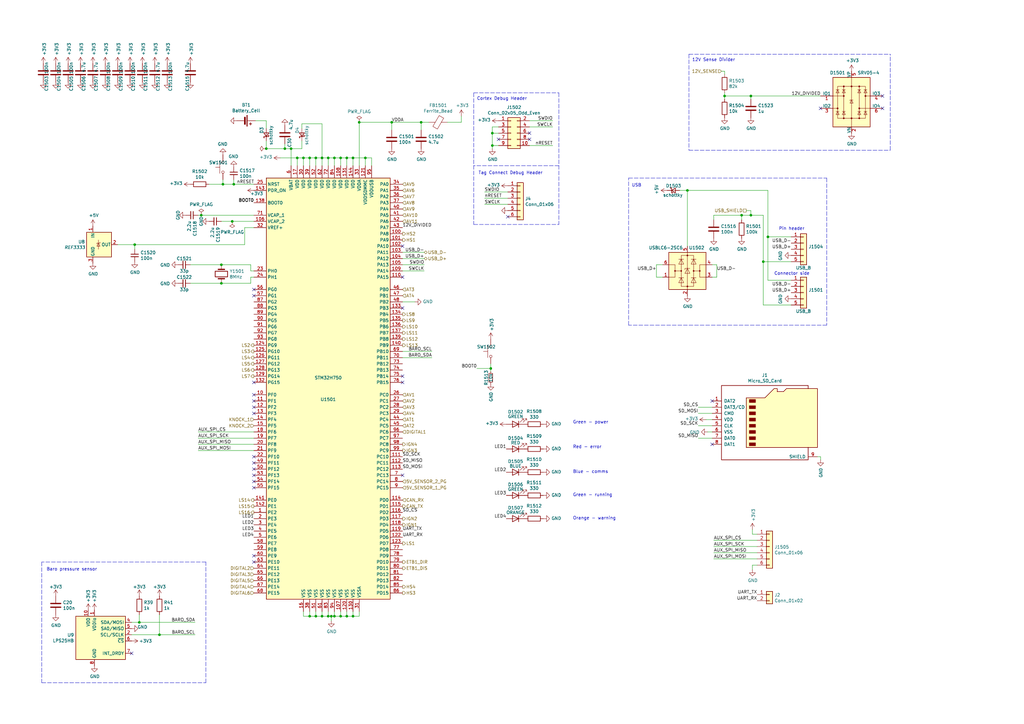
<source format=kicad_sch>
(kicad_sch (version 20250114) (generator "eeschema") (generator_version "9.0")
  (paper "A3")
  (title_block (title "rusEfi Proteus") (date "2022-04-09") (rev "v0.7") (company "rusEFI") (comment 1 "github.com/mck1117/proteus") (comment 2 "rusefi.com/s/proteus"))
  (text "USB" (at 259.08 76.835 0) (effects (font (size 1.27 1.27)) (justify left bottom)))
  (text "Pin header" (at 319.405 94.615 0) (effects (font (size 1.27 1.27)) (justify left bottom)))
  (text "Connector side" (at 317.5 113.03 0) (effects (font (size 1.27 1.27)) (justify left bottom)))
  (text "Cortex Debug Header" (at 195.58 41.275 0) (effects (font (size 1.27 1.27)) (justify left bottom)))
  (text "12V Sense Divider" (at 283.845 25.4 0) (effects (font (size 1.27 1.27)) (justify left bottom)))
  (text "Green - running" (at 234.95 203.835 0) (effects (font (size 1.27 1.27)) (justify left bottom)))
  (text "Baro pressure sensor" (at 19.05 234.315 0) (effects (font (size 1.27 1.27)) (justify left bottom)))
  (text "Red - error" (at 234.95 184.15 0) (effects (font (size 1.27 1.27)) (justify left bottom)))
  (text "Green - power" (at 234.95 173.99 0) (effects (font (size 1.27 1.27)) (justify left bottom)))
  (text "Tag Connect Debug Header" (at 196.215 71.755 0) (effects (font (size 1.27 1.27)) (justify left bottom)))
  (text "Orange - warning" (at 234.95 213.36 0) (effects (font (size 1.27 1.27)) (justify left bottom)))
  (text "Blue - comms" (at 234.95 194.31 0) (effects (font (size 1.27 1.27)) (justify left bottom)))
  (junction (at 82.55 88.265))
  (junction (at 142.24 64.77))
  (junction (at 116.84 60.96))
  (junction (at 137.16 252.73))
  (junction (at 95.25 90.805))
  (junction (at 147.32 50.165))
  (junction (at 139.7 252.73))
  (junction (at 134.62 252.73))
  (junction (at 132.08 252.73))
  (junction (at 160.655 50.165))
  (junction (at 201.295 151.13))
  (junction (at 129.54 252.73))
  (junction (at 55.245 100.33))
  (junction (at 314.96 97.155))
  (junction (at 127 64.77))
  (junction (at 307.975 39.37))
  (junction (at 109.22 60.96))
  (junction (at 90.805 108.585))
  (junction (at 201.93 59.69))
  (junction (at 172.72 50.165))
  (junction (at 297.18 39.37))
  (junction (at 281.94 78.105))
  (junction (at 139.7 64.77))
  (junction (at 144.78 64.77))
  (junction (at 90.805 116.205))
  (junction (at 95.885 75.565))
  (junction (at 127 252.73))
  (junction (at 313.055 107.315))
  (junction (at 307.975 88.265))
  (junction (at 149.86 64.77))
  (junction (at 132.08 64.77))
  (junction (at 91.44 75.565))
  (junction (at 129.54 64.77))
  (junction (at 142.24 252.73))
  (junction (at 134.62 64.77))
  (junction (at 201.93 54.61))
  (junction (at 304.165 88.265))
  (junction (at 135.89 252.73))
  (junction (at 57.15 255.27))
  (junction (at 65.405 260.35))
  (junction (at 121.92 64.77))
  (junction (at 119.38 60.96))
  (junction (at 144.78 252.73))
  (junction (at 137.16 64.77))
  (junction (at 124.46 64.77))
  (no_connect (at 104.14 161.925))
  (no_connect (at 104.14 230.505))
  (no_connect (at 165.1 113.665))
  (no_connect (at 217.17 54.61))
  (no_connect (at 104.14 227.965))
  (no_connect (at 292.1 182.245))
  (no_connect (at 104.14 197.485))
  (no_connect (at 104.14 121.285))
  (no_connect (at 104.14 167.005))
  (no_connect (at 53.975 267.97))
  (no_connect (at 361.95 44.45))
  (no_connect (at 208.28 88.9))
  (no_connect (at 361.95 39.37))
  (no_connect (at 165.1 156.845))
  (no_connect (at 204.47 57.15))
  (no_connect (at 336.55 44.45))
  (no_connect (at 104.14 200.025))
  (no_connect (at 104.14 192.405))
  (no_connect (at 104.14 194.945))
  (no_connect (at 104.14 156.845))
  (no_connect (at 104.14 164.465))
  (no_connect (at 217.17 57.15))
  (no_connect (at 165.1 154.305))
  (no_connect (at 104.14 187.325))
  (no_connect (at 104.14 118.745))
  (no_connect (at 165.1 126.365))
  (no_connect (at 165.1 100.965))
  (no_connect (at 165.1 194.945))
  (no_connect (at 292.1 164.465))
  (no_connect (at 104.14 169.545))
  (no_connect (at 104.14 189.865))
  (wire (pts (xy 127 64.77) (xy 129.54 64.77)))
  (wire (pts (xy 313.055 107.315) (xy 313.055 88.265)))
  (wire (pts (xy 201.295 152.4) (xy 201.295 151.13)))
  (wire (pts (xy 142.24 252.73) (xy 144.78 252.73)))
  (wire (pts (xy 90.805 108.585) (xy 102.87 108.585)))
  (wire (pts (xy 324.485 97.155) (xy 314.96 97.155)))
  (wire (pts (xy 286.385 174.625) (xy 292.1 174.625)))
  (wire (pts (xy 297.18 29.21) (xy 295.91 29.21)))
  (wire (pts (xy 57.15 252.095) (xy 57.15 255.27)))
  (wire (pts (xy 297.18 30.48) (xy 297.18 29.21)))
  (wire (pts (xy 314.96 78.105) (xy 281.94 78.105)))
  (wire (pts (xy 142.24 252.73) (xy 142.24 250.825)))
  (wire (pts (xy 139.7 250.825) (xy 139.7 252.73)))
  (wire (pts (xy 172.72 53.34) (xy 172.72 50.165)))
  (wire (pts (xy 314.96 114.935) (xy 314.96 97.155)))
  (wire (pts (xy 119.38 60.96) (xy 116.84 60.96)))
  (wire (pts (xy 129.54 252.73) (xy 132.08 252.73)))
  (wire (pts (xy 313.055 107.315) (xy 313.055 125.095)))
  (wire (pts (xy 121.92 64.77) (xy 124.46 64.77)))
  (wire (pts (xy 292.735 224.155) (xy 310.515 224.155)))
  (wire (pts (xy 139.7 67.945) (xy 139.7 64.77)))
  (wire (pts (xy 147.32 252.73) (xy 147.32 250.825)))
  (wire (pts (xy 129.54 64.77) (xy 132.08 64.77)))
  (wire (pts (xy 286.385 167.005) (xy 292.1 167.005)))
  (wire (pts (xy 204.47 54.61) (xy 201.93 54.61)))
  (wire (pts (xy 116.84 60.96) (xy 109.22 60.96)))
  (polyline (pts (xy 257.81 133.35) (xy 257.81 73.025)) (stroke (width 0) (type dash)))
  (wire (pts (xy 208.28 78.74) (xy 198.755 78.74)))
  (wire (pts (xy 292.1 113.665) (xy 294.005 113.665)))
  (polyline (pts (xy 194.31 38.1) (xy 229.235 38.1)) (stroke (width 0) (type dash)))
  (wire (pts (xy 144.78 252.73) (xy 147.32 252.73)))
  (wire (pts (xy 139.7 64.77) (xy 142.24 64.77)))
  (wire (pts (xy 172.72 50.165) (xy 160.655 50.165)))
  (wire (pts (xy 292.1 108.585) (xy 294.005 108.585)))
  (wire (pts (xy 204.47 59.69) (xy 201.93 59.69)))
  (wire (pts (xy 137.16 250.825) (xy 137.16 252.73)))
  (wire (pts (xy 292.735 88.265) (xy 292.735 90.17)))
  (wire (pts (xy 290.195 177.165) (xy 292.1 177.165)))
  (wire (pts (xy 121.92 64.77) (xy 121.92 67.945)))
  (wire (pts (xy 127 64.77) (xy 127 67.945)))
  (wire (pts (xy 307.975 88.265) (xy 304.165 88.265)))
  (wire (pts (xy 65.405 252.095) (xy 65.405 260.35)))
  (polyline (pts (xy 17.145 280.035) (xy 84.455 280.035)) (stroke (width 0) (type dash)))
  (wire (pts (xy 189.23 50.165) (xy 189.23 47.625)))
  (wire (pts (xy 286.385 169.545) (xy 292.1 169.545)))
  (wire (pts (xy 297.18 38.1) (xy 297.18 39.37)))
  (wire (pts (xy 109.22 60.96) (xy 109.22 57.785)))
  (wire (pts (xy 90.805 108.585) (xy 78.105 108.585)))
  (wire (pts (xy 91.44 73.66) (xy 91.44 75.565)))
  (wire (pts (xy 313.055 107.315) (xy 324.485 107.315)))
  (wire (pts (xy 81.28 177.165) (xy 104.14 177.165)))
  (wire (pts (xy 306.07 86.36) (xy 307.975 86.36)))
  (wire (pts (xy 269.24 108.585) (xy 271.78 108.585)))
  (wire (pts (xy 281.94 78.105) (xy 278.765 78.105)))
  (wire (pts (xy 313.055 88.265) (xy 307.975 88.265)))
  (wire (pts (xy 129.54 250.825) (xy 129.54 252.73)))
  (wire (pts (xy 307.975 39.37) (xy 307.975 40.64)))
  (wire (pts (xy 173.99 103.505) (xy 165.1 103.505)))
  (wire (pts (xy 177.165 144.145) (xy 165.1 144.145)))
  (polyline (pts (xy 339.09 133.35) (xy 257.81 133.35)) (stroke (width 0) (type dash)))
  (wire (pts (xy 129.54 64.77) (xy 129.54 67.945)))
  (wire (pts (xy 90.805 116.205) (xy 102.87 116.205)))
  (wire (pts (xy 310.515 229.235) (xy 292.735 229.235)))
  (polyline (pts (xy 84.455 280.035) (xy 84.455 230.505)) (stroke (width 0) (type dash)))
  (polyline (pts (xy 194.31 92.075) (xy 229.235 92.075)) (stroke (width 0) (type dash)))
  (wire (pts (xy 217.17 52.07) (xy 226.695 52.07)))
  (wire (pts (xy 165.1 106.045) (xy 173.99 106.045)))
  (wire (pts (xy 297.18 39.37) (xy 307.975 39.37)))
  (wire (pts (xy 78.105 116.205) (xy 90.805 116.205)))
  (wire (pts (xy 85.725 75.565) (xy 91.44 75.565)))
  (wire (pts (xy 132.08 50.8) (xy 123.825 50.8)))
  (wire (pts (xy 123.825 50.8) (xy 123.825 52.705)))
  (wire (pts (xy 124.46 64.77) (xy 124.46 67.945)))
  (wire (pts (xy 102.87 111.125) (xy 102.87 108.585)))
  (wire (pts (xy 91.44 75.565) (xy 95.885 75.565)))
  (polyline (pts (xy 229.235 38.1) (xy 229.235 92.075)) (stroke (width 0) (type dash)))
  (wire (pts (xy 53.975 255.27) (xy 57.15 255.27)))
  (wire (pts (xy 132.08 252.73) (xy 134.62 252.73)))
  (wire (pts (xy 90.805 90.805) (xy 95.25 90.805)))
  (wire (pts (xy 104.14 111.125) (xy 102.87 111.125)))
  (wire (pts (xy 201.295 151.13) (xy 201.295 149.225)))
  (wire (pts (xy 137.16 252.73) (xy 139.7 252.73)))
  (wire (pts (xy 123.825 60.96) (xy 119.38 60.96)))
  (wire (pts (xy 137.16 64.77) (xy 139.7 64.77)))
  (wire (pts (xy 308.61 217.17) (xy 308.61 219.075)))
  (polyline (pts (xy 365.125 61.595) (xy 365.125 22.225)) (stroke (width 0) (type dash)))
  (wire (pts (xy 95.25 90.805) (xy 104.14 90.805)))
  (wire (pts (xy 336.55 188.595) (xy 336.55 187.325)))
  (wire (pts (xy 304.165 90.17) (xy 304.165 88.265)))
  (wire (pts (xy 201.93 59.69) (xy 201.93 60.96)))
  (wire (pts (xy 123.825 57.785) (xy 123.825 60.96)))
  (polyline (pts (xy 282.575 22.225) (xy 365.125 22.225)) (stroke (width 0) (type dash)))
  (wire (pts (xy 95.885 75.565) (xy 104.14 75.565)))
  (wire (pts (xy 142.24 64.77) (xy 144.78 64.77)))
  (wire (pts (xy 132.08 64.77) (xy 132.08 50.8)))
  (wire (pts (xy 304.165 88.265) (xy 292.735 88.265)))
  (polyline (pts (xy 17.145 230.505) (xy 17.145 280.035)) (stroke (width 0) (type dash)))
  (wire (pts (xy 109.22 49.53) (xy 109.22 52.705)))
  (wire (pts (xy 208.28 83.82) (xy 198.755 83.82)))
  (wire (pts (xy 127 252.73) (xy 127 250.825)))
  (wire (pts (xy 201.93 59.69) (xy 201.93 54.61)))
  (wire (pts (xy 132.08 64.77) (xy 134.62 64.77)))
  (wire (pts (xy 102.87 113.665) (xy 104.14 113.665)))
  (wire (pts (xy 149.86 64.77) (xy 149.86 67.945)))
  (polyline (pts (xy 194.31 38.1) (xy 194.31 92.075)) (stroke (width 0) (type dash)))
  (wire (pts (xy 201.93 52.07) (xy 204.47 52.07)))
  (wire (pts (xy 324.485 114.935) (xy 314.96 114.935)))
  (wire (pts (xy 310.515 226.695) (xy 292.735 226.695)))
  (wire (pts (xy 201.93 54.61) (xy 201.93 52.07)))
  (wire (pts (xy 226.695 59.69) (xy 217.17 59.69)))
  (wire (pts (xy 53.975 260.35) (xy 65.405 260.35)))
  (wire (pts (xy 173.99 108.585) (xy 165.1 108.585)))
  (wire (pts (xy 308.61 233.68) (xy 308.61 231.775)))
  (polyline (pts (xy 257.81 73.025) (xy 339.09 73.025)) (stroke (width 0) (type dash)))
  (polyline (pts (xy 339.09 73.025) (xy 339.09 133.35)) (stroke (width 0) (type dash)))
  (wire (pts (xy 102.87 116.205) (xy 102.87 113.665)))
  (wire (pts (xy 139.7 252.73) (xy 142.24 252.73)))
  (wire (pts (xy 82.55 88.265) (xy 81.28 88.265)))
  (wire (pts (xy 308.61 231.775) (xy 310.515 231.775)))
  (wire (pts (xy 201.295 151.13) (xy 195.58 151.13)))
  (wire (pts (xy 137.16 67.945) (xy 137.16 64.77)))
  (wire (pts (xy 286.385 179.705) (xy 292.1 179.705)))
  (wire (pts (xy 119.38 60.96) (xy 119.38 67.945)))
  (wire (pts (xy 142.24 64.77) (xy 142.24 67.945)))
  (wire (pts (xy 289.56 172.085) (xy 292.1 172.085)))
  (wire (pts (xy 114.935 64.77) (xy 121.92 64.77)))
  (wire (pts (xy 48.26 100.33) (xy 55.245 100.33)))
  (wire (pts (xy 336.55 187.325) (xy 335.28 187.325)))
  (polyline (pts (xy 229.235 67.945) (xy 194.31 67.945)) (stroke (width 0) (type dash)))
  (wire (pts (xy 134.62 67.945) (xy 134.62 64.77)))
  (wire (pts (xy 57.15 255.27) (xy 80.01 255.27)))
  (wire (pts (xy 314.96 97.155) (xy 314.96 78.105)))
  (wire (pts (xy 134.62 252.73) (xy 135.89 252.73)))
  (polyline (pts (xy 282.575 22.225) (xy 282.575 61.595)) (stroke (width 0) (type dash)))
  (wire (pts (xy 281.94 100.965) (xy 281.94 78.105)))
  (wire (pts (xy 198.755 81.28) (xy 208.28 81.28)))
  (wire (pts (xy 307.975 39.37) (xy 336.55 39.37)))
  (wire (pts (xy 173.99 111.125) (xy 165.1 111.125)))
  (wire (pts (xy 144.78 64.77) (xy 144.78 67.945)))
  (wire (pts (xy 124.46 252.73) (xy 127 252.73)))
  (wire (pts (xy 144.78 252.73) (xy 144.78 250.825)))
  (wire (pts (xy 134.62 252.73) (xy 134.62 250.825)))
  (wire (pts (xy 104.775 49.53) (xy 109.22 49.53)))
  (wire (pts (xy 183.515 50.165) (xy 189.23 50.165)))
  (wire (pts (xy 104.14 184.785) (xy 81.28 184.785)))
  (wire (pts (xy 100.33 93.345) (xy 104.14 93.345)))
  (wire (pts (xy 292.735 221.615) (xy 310.515 221.615)))
  (wire (pts (xy 170.18 123.825) (xy 165.1 123.825)))
  (wire (pts (xy 147.32 50.165) (xy 160.655 50.165)))
  (wire (pts (xy 116.84 59.055) (xy 116.84 60.96)))
  (wire (pts (xy 160.655 50.165) (xy 160.655 53.34)))
  (wire (pts (xy 65.405 260.35) (xy 80.01 260.35)))
  (wire (pts (xy 135.89 252.73) (xy 137.16 252.73)))
  (wire (pts (xy 124.46 250.825) (xy 124.46 252.73)))
  (polyline (pts (xy 84.455 230.505) (xy 17.145 230.505)) (stroke (width 0) (type dash)))
  (wire (pts (xy 144.78 64.77) (xy 149.86 64.77)))
  (wire (pts (xy 55.245 100.33) (xy 100.33 100.33)))
  (wire (pts (xy 81.28 179.705) (xy 104.14 179.705)))
  (wire (pts (xy 132.08 67.945) (xy 132.08 64.77)))
  (wire (pts (xy 134.62 64.77) (xy 137.16 64.77)))
  (wire (pts (xy 135.89 254.635) (xy 135.89 252.73)))
  (wire (pts (xy 104.14 182.245) (xy 81.28 182.245)))
  (wire (pts (xy 308.61 219.075) (xy 310.515 219.075)))
  (wire (pts (xy 307.975 86.36) (xy 307.975 88.265)))
  (wire (pts (xy 217.17 49.53) (xy 226.695 49.53)))
  (wire (pts (xy 269.24 108.585) (xy 269.24 113.665)))
  (wire (pts (xy 132.08 250.825) (xy 132.08 252.73)))
  (wire (pts (xy 124.46 64.77) (xy 127 64.77)))
  (wire (pts (xy 269.24 113.665) (xy 271.78 113.665)))
  (polyline (pts (xy 282.575 61.595) (xy 365.125 61.595)) (stroke (width 0) (type dash)))
  (wire (pts (xy 313.055 125.095) (xy 324.485 125.095)))
  (wire (pts (xy 100.33 93.345) (xy 100.33 100.33)))
  (wire (pts (xy 152.4 64.77) (xy 149.86 64.77)))
  (wire (pts (xy 172.72 50.165) (xy 175.895 50.165)))
  (wire (pts (xy 95.885 75.565) (xy 95.885 73.66)))
  (wire (pts (xy 152.4 67.945) (xy 152.4 64.77)))
  (wire (pts (xy 127 252.73) (xy 129.54 252.73)))
  (wire (pts (xy 297.18 39.37) (xy 297.18 40.64)))
  (wire (pts (xy 104.14 88.265) (xy 82.55 88.265)))
  (wire (pts (xy 55.245 100.33) (xy 55.245 102.235)))
  (wire (pts (xy 165.1 146.685) (xy 177.165 146.685)))
  (wire (pts (xy 147.32 50.165) (xy 147.32 67.945)))
  (wire (pts (xy 294.005 108.585) (xy 294.005 113.665)))
  (label "nRESET" (at 198.755 81.28 0))
  (label "AUX_SPI_MOSI" (at 292.735 229.235 0))
  (label "SD_SCK" (at 165.1 187.325 0))
  (label "BOOT0" (at 104.14 83.185 180))
  (label "AUX_SPI_SCK" (at 292.735 224.155 0))
  (label "SWDIO" (at 226.695 49.53 180))
  (label "SD_MISO" (at 165.1 189.865 0))
  (label "AUX_SPI_CS" (at 81.28 177.165 0))
  (label "LED2" (at 104.14 215.265 180))
  (label "AUX_SPI_MISO" (at 81.28 182.245 0))
  (label "nRESET" (at 226.695 59.69 180))
  (label "AUX_SPI_MISO" (at 292.735 226.695 0))
  (label "BARO_SDA" (at 80.01 255.27 180))
  (label "nRESET" (at 97.155 75.565 0))
  (label "LED3" (at 207.645 203.2 180))
  (label "SWCLK" (at 226.695 52.07 180))
  (label "BARO_SCL" (at 177.165 144.145 180))
  (label "USB_D-" (at 294.005 111.125 0))
  (label "SD_SCK" (at 286.385 174.625 180))
  (label "LED3" (at 104.14 217.805 180))
  (label "USB_D-" (at 173.99 103.505 180))
  (label "LED1" (at 207.645 184.15 180))
  (label "VDDA" (at 160.655 50.165 0))
  (label "SD_MISO" (at 286.385 179.705 180))
  (label "USB_D+" (at 324.485 102.235 180))
  (label "SWCLK" (at 198.755 83.82 0))
  (label "LED1" (at 104.14 212.725 180))
  (label "SWDIO" (at 198.755 78.74 0))
  (label "AUX_SPI_SCK" (at 81.28 179.705 0))
  (label "AUX_SPI_MOSI" (at 81.28 184.785 0))
  (label "LED4" (at 104.14 220.345 180))
  (label "BOOT0" (at 195.58 151.13 180))
  (label "UART_RX" (at 310.515 246.38 180))
  (label "SD_CS" (at 165.1 210.185 0))
  (label "USB_D+" (at 173.99 106.045 180))
  (label "LED2" (at 207.645 193.675 180))
  (label "SD_CS" (at 286.385 167.005 180))
  (label "SD_MOSI" (at 286.385 169.545 180))
  (label "UART_RX" (at 165.1 220.345 0))
  (label "SD_MOSI" (at 165.1 192.405 0))
  (label "BOOT0" (at 104.14 83.185 180))
  (label "USB_D-" (at 324.485 117.475 180))
  (label "BARO_SCL" (at 80.01 260.35 180))
  (label "12V_DIVIDED" (at 336.55 39.37 180))
  (label "UART_TX" (at 310.515 243.84 180))
  (label "SWCLK" (at 173.99 111.125 180))
  (label "BARO_SDA" (at 177.165 146.685 180))
  (label "LED4" (at 207.645 212.725 180))
  (label "SWDIO" (at 173.99 108.585 180))
  (label "AUX_SPI_CS" (at 292.735 221.615 0))
  (label "USB_D+" (at 269.24 111.125 180))
  (label "USB_D+" (at 324.485 120.015 180))
  (label "UART_TX" (at 165.1 217.805 0))
  (label "12V_DIVIDED" (at 165.1 93.345 0))
  (label "USB_D-" (at 324.485 99.695 180))
  (hierarchical_label "AV10" (shape input) (at 165.1 88.265 0))
  (hierarchical_label "LS10" (shape output) (at 165.1 133.985 0))
  (hierarchical_label "LS16" (shape output) (at 104.14 210.185 180))
  (hierarchical_label "LS9" (shape output) (at 165.1 131.445 0))
  (hierarchical_label "CAN_RX" (shape input) (at 165.1 205.105 0))
  (hierarchical_label "AV3" (shape input) (at 165.1 167.005 0))
  (hierarchical_label "DIGITAL2" (shape input) (at 104.14 233.045 180))
  (hierarchical_label "12V_SENSE" (shape input) (at 295.91 29.21 180))
  (hierarchical_label "AV8" (shape input) (at 165.1 83.185 0))
  (hierarchical_label "DIGITAL3" (shape input) (at 104.14 235.585 180))
  (hierarchical_label "AT2" (shape input) (at 165.1 174.625 0))
  (hierarchical_label "AT3" (shape input) (at 165.1 118.745 0))
  (hierarchical_label "LS6" (shape output) (at 104.14 151.765 180))
  (hierarchical_label "AV9" (shape input) (at 165.1 85.725 0))
  (hierarchical_label "DIGITAL1" (shape input) (at 165.1 177.165 0))
  (hierarchical_label "KNOCK_2" (shape input) (at 104.14 174.625 180))
  (hierarchical_label "CAN_TX" (shape output) (at 165.1 207.645 0))
  (hierarchical_label "IGN3" (shape output) (at 165.1 184.785 0))
  (hierarchical_label "ETB1_DIR" (shape output) (at 165.1 230.505 0))
  (hierarchical_label "AV6" (shape input) (at 165.1 78.105 0))
  (hierarchical_label "HS1" (shape output) (at 165.1 98.425 0))
  (hierarchical_label "AV1" (shape input) (at 165.1 161.925 0))
  (hierarchical_label "LS13" (shape output) (at 165.1 141.605 0))
  (hierarchical_label "DIGITAL6" (shape input) (at 104.14 243.205 180))
  (hierarchical_label "KNOCK_1" (shape input) (at 104.14 172.085 180))
  (hierarchical_label "USB_D-" (shape bidirectional) (at 173.99 103.505 0))
  (hierarchical_label "DIGITAL4" (shape input) (at 104.14 240.665 180))
  (hierarchical_label "LS8" (shape output) (at 165.1 128.905 0))
  (hierarchical_label "HS3" (shape output) (at 165.1 243.205 0))
  (hierarchical_label "5V_SENSOR_1_PG" (shape input) (at 165.1 200.025 0))
  (hierarchical_label "USB_D+" (shape bidirectional) (at 173.99 106.045 0))
  (hierarchical_label "ETB1_DIS" (shape output) (at 165.1 233.045 0))
  (hierarchical_label "AV7" (shape input) (at 165.1 80.645 0))
  (hierarchical_label "LS3" (shape output) (at 104.14 144.145 180))
  (hierarchical_label "AT1" (shape input) (at 165.1 172.085 0))
  (hierarchical_label "IGN1" (shape output) (at 165.1 215.265 0))
  (hierarchical_label "LS11" (shape output) (at 165.1 136.525 0))
  (hierarchical_label "AV5" (shape input) (at 165.1 75.565 0))
  (hierarchical_label "DIGITAL5" (shape input) (at 104.14 238.125 180))
  (hierarchical_label "LS4" (shape output) (at 104.14 146.685 180))
  (hierarchical_label "USB_SHIELD" (shape passive) (at 306.07 86.36 180))
  (hierarchical_label "LS2" (shape output) (at 104.14 141.605 180))
  (hierarchical_label "LS7" (shape output) (at 104.14 154.305 180))
  (hierarchical_label "IGN2" (shape output) (at 165.1 212.725 0))
  (hierarchical_label "HS2" (shape output) (at 165.1 95.885 0))
  (hierarchical_label "AV2" (shape input) (at 165.1 164.465 0))
  (hierarchical_label "IGN4" (shape output) (at 165.1 182.245 0))
  (hierarchical_label "HS4" (shape output) (at 165.1 240.665 0))
  (hierarchical_label "LS14" (shape output) (at 104.14 205.105 180))
  (hierarchical_label "5V_SENSOR_2_PG" (shape input) (at 165.1 197.485 0))
  (hierarchical_label "LS5" (shape output) (at 104.14 149.225 180))
  (hierarchical_label "LS1" (shape output) (at 165.1 222.885 0))
  (hierarchical_label "LS15" (shape output) (at 104.14 207.645 180))
  (hierarchical_label "AV4" (shape input) (at 165.1 169.545 0))
  (hierarchical_label "AT4" (shape input) (at 165.1 121.285 0))
  (hierarchical_label "AV11" (shape input) (at 165.1 90.805 0))
  (hierarchical_label "LS12" (shape output) (at 165.1 139.065 0))
  (symbol (lib_id "proteus-rescue:STM32F767ZITx-MCU_ST_STM32F7") (at 134.62 159.385 0) (unit 1)
    (property "Reference" "U1501" (at 134.62 163.83 0))
    (property "Value" "STM32H750" (at 134.62 154.94 0))
    (property "Footprint" "Package_QFP:LQFP-144_20x20mm_P0.5mm" (effects (hide yes)))
    (property "Datasheet" "http://www.st.com/st-web-ui/static/active/en/resource/technical/document/datasheet/DM00273119.pdf" (effects (hide yes)))
    (property "PN" "STM32F767ZIT6" (effects (hide yes)))
    (property "LCSC" "C117816" (effects (hide yes)))
  )
  (symbol (lib_id "Device:C") (at 43.18 29.845 0) (mirror x) (unit 1)
    (property "Reference" "C1508" (at 44.45 31.115 90) (effects (justify left)))
    (property "Value" "100n" (at 44.45 25.4 90) (effects (justify left)))
    (property "Footprint" "Capacitor_SMD:C_0603_1608Metric" (effects (hide yes)))
    (property "LCSC" "C14663" (effects (hide yes)))
    (property "LCSC_ext" "0" (effects (hide yes)))
  )
  (symbol (lib_id "Device:C") (at 48.26 29.845 0) (mirror x) (unit 1)
    (property "Reference" "C1509" (at 49.53 31.115 90) (effects (justify left)))
    (property "Value" "100n" (at 49.53 25.4 90) (effects (justify left)))
    (property "Footprint" "Capacitor_SMD:C_0603_1608Metric" (effects (hide yes)))
    (property "LCSC" "C14663" (effects (hide yes)))
    (property "LCSC_ext" "0" (effects (hide yes)))
  )
  (symbol (lib_id "Device:C") (at 53.34 29.845 0) (mirror x) (unit 1)
    (property "Reference" "C1510" (at 54.61 31.115 90) (effects (justify left)))
    (property "Value" "100n" (at 54.61 25.4 90) (effects (justify left)))
    (property "Footprint" "Capacitor_SMD:C_0603_1608Metric" (effects (hide yes)))
    (property "LCSC" "C14663" (effects (hide yes)))
    (property "LCSC_ext" "0" (effects (hide yes)))
  )
  (symbol (lib_id "Device:C") (at 58.42 29.845 0) (mirror x) (unit 1)
    (property "Reference" "C1511" (at 59.69 31.115 90) (effects (justify left)))
    (property "Value" "100n" (at 59.69 25.4 90) (effects (justify left)))
    (property "Footprint" "Capacitor_SMD:C_0603_1608Metric" (effects (hide yes)))
    (property "LCSC" "C14663" (effects (hide yes)))
    (property "LCSC_ext" "0" (effects (hide yes)))
  )
  (symbol (lib_id "Device:C") (at 63.5 29.845 0) (mirror x) (unit 1)
    (property "Reference" "C1512" (at 64.77 31.115 90) (effects (justify left)))
    (property "Value" "4.7u" (at 64.77 25.4 90) (effects (justify left)))
    (property "Footprint" "Capacitor_SMD:C_0603_1608Metric" (effects (hide yes)))
    (property "PN" "CGA3E2X7R1H103M080AA" (effects (hide yes)))
    (property "LCSC" "C19666" (effects (hide yes)))
    (property "LCSC_ext" "0" (effects (hide yes)))
  )
  (symbol (lib_id "Device:C") (at 68.58 29.845 0) (mirror x) (unit 1)
    (property "Reference" "C1513" (at 69.85 31.115 90) (effects (justify left)))
    (property "Value" "100n" (at 69.85 25.4 90) (effects (justify left)))
    (property "Footprint" "Capacitor_SMD:C_0603_1608Metric" (effects (hide yes)))
    (property "LCSC" "C14663" (effects (hide yes)))
    (property "LCSC_ext" "0" (effects (hide yes)))
  )
  (symbol (lib_id "proteus-rescue:GND-power") (at 22.86 33.655 0) (mirror y) (unit 1)
    (property "Reference" "#PWR01504" (effects (hide yes)))
    (property "Value" "GND" (effects (hide yes)))
  )
  (symbol (lib_id "proteus-rescue:GND-power") (at 27.94 33.655 0) (mirror y) (unit 1)
    (property "Reference" "#PWR01505" (effects (hide yes)))
    (property "Value" "GND" (effects (hide yes)))
  )
  (symbol (lib_id "proteus-rescue:GND-power") (at 33.02 33.655 0) (mirror y) (unit 1)
    (property "Reference" "#PWR01506" (effects (hide yes)))
    (property "Value" "GND" (effects (hide yes)))
  )
  (symbol (lib_id "proteus-rescue:GND-power") (at 38.1 33.655 0) (mirror y) (unit 1)
    (property "Reference" "#PWR01507" (effects (hide yes)))
    (property "Value" "GND" (effects (hide yes)))
  )
  (symbol (lib_id "proteus-rescue:GND-power") (at 43.18 33.655 0) (mirror y) (unit 1)
    (property "Reference" "#PWR01508" (effects (hide yes)))
    (property "Value" "GND" (effects (hide yes)))
  )
  (symbol (lib_id "proteus-rescue:GND-power") (at 48.26 33.655 0) (mirror y) (unit 1)
    (property "Reference" "#PWR01509" (effects (hide yes)))
    (property "Value" "GND" (effects (hide yes)))
  )
  (symbol (lib_id "proteus-rescue:GND-power") (at 53.34 33.655 0) (mirror y) (unit 1)
    (property "Reference" "#PWR01510" (effects (hide yes)))
    (property "Value" "GND" (effects (hide yes)))
  )
  (symbol (lib_id "proteus-rescue:GND-power") (at 58.42 33.655 0) (mirror y) (unit 1)
    (property "Reference" "#PWR01511" (effects (hide yes)))
    (property "Value" "GND" (effects (hide yes)))
  )
  (symbol (lib_id "proteus-rescue:GND-power") (at 63.5 33.655 0) (mirror y) (unit 1)
    (property "Reference" "#PWR01512" (effects (hide yes)))
    (property "Value" "GND" (effects (hide yes)))
  )
  (symbol (lib_id "proteus-rescue:GND-power") (at 68.58 33.655 0) (mirror y) (unit 1)
    (property "Reference" "#PWR01513" (effects (hide yes)))
    (property "Value" "GND" (effects (hide yes)))
  )
  (symbol (lib_id "Device:C") (at 78.105 29.845 180) (unit 1)
    (property "Reference" "C1515" (at 76.835 31.115 90) (effects (justify left)))
    (property "Value" "4.7u" (at 76.835 25.4 90) (effects (justify left)))
    (property "Footprint" "Capacitor_SMD:C_0603_1608Metric" (effects (hide yes)))
    (property "PN" "CGA3E2X7R1H103M080AA" (effects (hide yes)))
    (property "LCSC" "C19666" (effects (hide yes)))
    (property "LCSC_ext" "0" (effects (hide yes)))
  )
  (symbol (lib_id "proteus-rescue:GND-power") (at 78.105 33.655 0) (unit 1)
    (property "Reference" "#PWR01515" (effects (hide yes)))
    (property "Value" "GND" (effects (hide yes)))
  )
  (symbol (lib_id "Device:LED") (at 211.455 173.99 180) (unit 1)
    (property "Reference" "D1502" (at 211.455 168.91 0))
    (property "Value" "GREEN" (at 211.455 170.815 0))
    (property "Footprint" "LED_SMD:LED_0603_1608Metric_Castellated" (effects (hide yes)))
    (property "LCSC" "C72043" (effects (hide yes)))
    (property "LCSC_ext" "0" (effects (hide yes)))
  )
  (symbol (lib_id "proteus-rescue:+3.3V-power") (at 207.645 173.99 90) (unit 1)
    (property "Reference" "#PWR0225" (effects (hide yes)))
    (property "Value" "+3V3" (at 204.3938 173.609 90) (effects (justify left)))
  )
  (symbol (lib_id "Device:R") (at 219.075 173.99 270) (unit 1)
    (property "Reference" "R1508" (at 219.075 168.7322 90))
    (property "Value" "330" (at 219.075 171.0436 90))
    (property "Footprint" "Resistor_SMD:R_0402_1005Metric" (effects (hide yes)))
    (property "LCSC" "C25104" (effects (hide yes)))
  )
  (symbol (lib_id "proteus-rescue:GND-power") (at 222.885 173.99 90) (unit 1)
    (property "Reference" "#PWR0226" (effects (hide yes)))
    (property "Value" "GND" (at 226.1362 173.863 90) (effects (justify right)))
  )
  (symbol (lib_id "Switch:SW_Push") (at 91.44 68.58 90) (unit 1)
    (property "Reference" "SW1501" (at 85.725 66.675 90) (effects (justify right)))
    (property "Value" "SW_Push" (effects (hide yes)))
    (property "Footprint" "Button_Switch_SMD:SW_SPST_EVQQ2" (effects (hide yes)))
    (property "LCSC" "C318887" (effects (hide yes)))
    (property "LCSC_ext" "1" (effects (hide yes)))
  )
  (symbol (lib_id "proteus-rescue:GND-power") (at 91.44 63.5 180) (unit 1)
    (property "Reference" "#PWR0110" (effects (hide yes)))
    (property "Value" "GND" (at 91.313 59.1058 0))
  )
  (symbol (lib_id "proteus-rescue:+3.3V-power") (at 104.14 78.105 90) (unit 1)
    (property "Reference" "#PWR0239" (effects (hide yes)))
    (property "Value" "+3V3" (at 107.95 79.375 90) (effects (justify left)))
  )
  (symbol (lib_id "proteus-rescue:GND-power") (at 135.89 254.635 0) (unit 1)
    (property "Reference" "#PWR01534" (effects (hide yes)))
    (property "Value" "GND" (at 136.017 259.0292 0))
  )
  (symbol (lib_id "proteus-rescue:+3.3V-power") (at 114.935 64.77 90) (unit 1)
    (property "Reference" "#PWR01519" (effects (hide yes)))
    (property "Value" "+3V3" (at 111.6838 64.389 90) (effects (justify left)))
  )
  (symbol (lib_id "proteus-rescue:Ferrite_Bead-Device") (at 179.705 50.165 270) (unit 1)
    (property "Reference" "FB1501" (at 179.705 43.2054 90))
    (property "Value" "Ferrite_Bead" (at 179.705 45.5168 90))
    (property "Footprint" "Inductor_SMD:L_0805_2012Metric" (effects (hide yes)))
    (property "LCSC" "C1015" (effects (hide yes)))
    (property "LCSC_ext" "0" (effects (hide yes)))
  )
  (symbol (lib_id "Device:C") (at 172.72 57.15 0) (unit 1)
    (property "Reference" "C1502" (at 175.641 55.9816 0) (effects (justify left)))
    (property "Value" "4.7u" (at 175.641 58.293 0) (effects (justify left)))
    (property "Footprint" "Capacitor_SMD:C_0603_1608Metric" (effects (hide yes)))
    (property "LCSC" "C19666" (effects (hide yes)))
    (property "LCSC_ext" "0" (effects (hide yes)))
  )
  (symbol (lib_id "Device:C") (at 160.655 57.15 0) (unit 1)
    (property "Reference" "C1501" (at 163.576 55.9816 0) (effects (justify left)))
    (property "Value" "100n" (at 163.576 58.293 0) (effects (justify left)))
    (property "Footprint" "Capacitor_SMD:C_0603_1608Metric" (effects (hide yes)))
    (property "LCSC" "C14663" (effects (hide yes)))
    (property "LCSC_ext" "0" (effects (hide yes)))
  )
  (symbol (lib_id "proteus-rescue:GND-power") (at 160.655 60.96 0) (unit 1)
    (property "Reference" "#PWR01516" (effects (hide yes)))
    (property "Value" "GND" (at 160.782 65.3542 0))
  )
  (symbol (lib_id "proteus-rescue:GND-power") (at 172.72 60.96 0) (unit 1)
    (property "Reference" "#PWR01517" (effects (hide yes)))
    (property "Value" "GND" (at 172.847 65.3542 0))
  )
  (symbol (lib_id "Device:C") (at 17.78 29.845 0) (mirror x) (unit 1)
    (property "Reference" "C1503" (at 19.05 31.115 90) (effects (justify left)))
    (property "Value" "100n" (at 19.05 25.4 90) (effects (justify left)))
    (property "Footprint" "Capacitor_SMD:C_0603_1608Metric" (effects (hide yes)))
    (property "LCSC" "C14663" (effects (hide yes)))
    (property "LCSC_ext" "0" (effects (hide yes)))
  )
  (symbol (lib_id "Device:C") (at 22.86 29.845 0) (mirror x) (unit 1)
    (property "Reference" "C1504" (at 24.13 31.115 90) (effects (justify left)))
    (property "Value" "100n" (at 24.13 25.4 90) (effects (justify left)))
    (property "Footprint" "Capacitor_SMD:C_0603_1608Metric" (effects (hide yes)))
    (property "LCSC" "C14663" (effects (hide yes)))
    (property "LCSC_ext" "0" (effects (hide yes)))
  )
  (symbol (lib_id "Device:C") (at 27.94 29.845 0) (mirror x) (unit 1)
    (property "Reference" "C1505" (at 29.21 31.115 90) (effects (justify left)))
    (property "Value" "100n" (at 29.21 25.4 90) (effects (justify left)))
    (property "Footprint" "Capacitor_SMD:C_0603_1608Metric" (effects (hide yes)))
    (property "LCSC" "C14663" (effects (hide yes)))
    (property "LCSC_ext" "0" (effects (hide yes)))
  )
  (symbol (lib_id "Device:C") (at 33.02 29.845 0) (mirror x) (unit 1)
    (property "Reference" "C1506" (at 34.29 31.115 90) (effects (justify left)))
    (property "Value" "4.7u" (at 34.29 25.4 90) (effects (justify left)))
    (property "Footprint" "Capacitor_SMD:C_0603_1608Metric" (effects (hide yes)))
    (property "PN" "CGA3E2X7R1H103M080AA" (effects (hide yes)))
    (property "LCSC" "C19666" (effects (hide yes)))
    (property "LCSC_ext" "0" (effects (hide yes)))
  )
  (symbol (lib_id "Device:C") (at 38.1 29.845 0) (mirror x) (unit 1)
    (property "Reference" "C1507" (at 39.37 31.115 90) (effects (justify left)))
    (property "Value" "4.7u" (at 39.37 25.4 90) (effects (justify left)))
    (property "Footprint" "Capacitor_SMD:C_0603_1608Metric" (effects (hide yes)))
    (property "PN" "CGA3E2X7R1H103M080AA" (effects (hide yes)))
    (property "LCSC" "C19666" (effects (hide yes)))
    (property "LCSC_ext" "0" (effects (hide yes)))
  )
  (symbol (lib_id "proteus-rescue:GND-power") (at 17.78 33.655 0) (mirror y) (unit 1)
    (property "Reference" "#PWR01503" (effects (hide yes)))
    (property "Value" "GND" (effects (hide yes)))
  )
  (symbol (lib_id "Device:C_Small") (at 55.245 104.775 0) (unit 1)
    (property "Reference" "C1520" (at 57.5818 103.6066 0) (effects (justify left)))
    (property "Value" "100n" (at 57.5818 105.918 0) (effects (justify left)))
    (property "Footprint" "Capacitor_SMD:C_0603_1608Metric" (effects (hide yes)))
    (property "LCSC" "C14663" (effects (hide yes)))
    (property "LCSC_ext" "0" (effects (hide yes)))
  )
  (symbol (lib_id "Device:C_Small") (at 88.265 90.805 270) (unit 1)
    (property "Reference" "C1519" (at 89.4334 93.1418 0) (effects (justify left)))
    (property "Value" "2.2u" (at 87.122 93.1418 0) (effects (justify left)))
    (property "Footprint" "Capacitor_SMD:C_0603_1608Metric" (effects (hide yes)))
    (property "LCSC" "C23630" (effects (hide yes)))
    (property "LCSC_ext" "0" (effects (hide yes)))
  )
  (symbol (lib_id "Device:C_Small") (at 78.74 88.265 270) (unit 1)
    (property "Reference" "C1518" (at 79.9084 90.6018 0) (effects (justify left)))
    (property "Value" "2.2u" (at 77.597 90.6018 0) (effects (justify left)))
    (property "Footprint" "Capacitor_SMD:C_0603_1608Metric" (effects (hide yes)))
    (property "LCSC" "C23630" (effects (hide yes)))
    (property "LCSC_ext" "0" (effects (hide yes)))
  )
  (symbol (lib_id "proteus-rescue:GND-power") (at 85.725 90.805 270) (unit 1)
    (property "Reference" "#PWR01526" (effects (hide yes)))
    (property "Value" "GND" (at 82.55 90.805 0))
  )
  (symbol (lib_id "proteus-rescue:GND-power") (at 76.2 88.265 270) (unit 1)
    (property "Reference" "#PWR01525" (effects (hide yes)))
    (property "Value" "GND" (at 73.025 88.265 0))
  )
  (symbol (lib_id "proteus-rescue:+3.3V-power") (at 189.23 47.625 0) (unit 1)
    (property "Reference" "#PWR01501" (effects (hide yes)))
    (property "Value" "+3V3" (at 189.611 43.2308 0))
  )
  (symbol (lib_id "Device:C_Small") (at 95.885 71.12 0) (unit 1)
    (property "Reference" "C1517" (at 98.2218 69.9516 0) (effects (justify left)))
    (property "Value" "100n" (at 98.2218 72.263 0) (effects (justify left)))
    (property "Footprint" "Capacitor_SMD:C_0603_1608Metric" (effects (hide yes)))
    (property "LCSC" "C14663" (effects (hide yes)))
    (property "LCSC_ext" "0" (effects (hide yes)))
  )
  (symbol (lib_id "Device:R") (at 81.915 75.565 270) (unit 1)
    (property "Reference" "R1502" (at 81.915 70.3072 90))
    (property "Value" "10k" (at 81.915 72.6186 90))
    (property "Footprint" "Resistor_SMD:R_0402_1005Metric" (effects (hide yes)))
    (property "LCSC" "C25744" (effects (hide yes)))
    (property "LCSC_ext" "0" (effects (hide yes)))
  )
  (symbol (lib_id "proteus-rescue:+3.3V-power") (at 78.105 75.565 90) (unit 1)
    (property "Reference" "#PWR01524" (effects (hide yes)))
    (property "Value" "+3V3" (at 74.8538 75.184 90) (effects (justify left)))
  )
  (symbol (lib_id "proteus-rescue:GND-power") (at 95.885 68.58 180) (unit 1)
    (property "Reference" "#PWR01521" (effects (hide yes)))
    (property "Value" "GND" (at 95.758 64.1858 0))
  )
  (symbol (lib_id "Device:C_Small") (at 75.565 108.585 270) (unit 1)
    (property "Reference" "C1521" (at 75.565 106.045 90))
    (property "Value" "33p" (at 75.565 111.125 90))
    (property "Footprint" "Capacitor_SMD:C_0402_1005Metric" (effects (hide yes)))
    (property "LCSC" "C1562" (effects (hide yes)))
    (property "LCSC_ext" "0" (effects (hide yes)))
  )
  (symbol (lib_id "Device:C_Small") (at 75.565 116.205 270) (unit 1)
    (property "Reference" "C1522" (at 75.565 113.665 90))
    (property "Value" "33p" (at 75.565 118.745 90))
    (property "Footprint" "Capacitor_SMD:C_0402_1005Metric" (effects (hide yes)))
    (property "LCSC" "C1562" (effects (hide yes)))
    (property "LCSC_ext" "0" (effects (hide yes)))
  )
  (symbol (lib_id "proteus-rescue:GND-power") (at 73.025 108.585 270) (unit 1)
    (property "Reference" "#PWR01528" (effects (hide yes)))
    (property "Value" "GND" (at 69.7738 108.712 90) (effects (justify right)))
  )
  (symbol (lib_id "proteus-rescue:GND-power") (at 73.025 116.205 270) (unit 1)
    (property "Reference" "#PWR01529" (effects (hide yes)))
    (property "Value" "GND" (at 69.7738 116.332 90) (effects (justify right)))
  )
  (symbol (lib_id "Connector_Generic:Conn_02x05_Odd_Even") (at 209.55 54.61 0) (unit 1)
    (property "Reference" "J1502" (at 210.82 44.0182 0))
    (property "Value" "Conn_02x05_Odd_Even" (at 210.82 46.3296 0))
    (property "Footprint" "Connector_PinHeader_1.27mm:PinHeader_2x05_P1.27mm_Vertical_SMD" (effects (hide yes)))
    (property "PN" "FTSH-105-01-F-DV-007-K" (effects (hide yes)))
    (property "LCSC" "N/A" (effects (hide yes)))
  )
  (symbol (lib_id "proteus-rescue:GND-power") (at 201.93 60.96 0) (unit 1)
    (property "Reference" "#PWR01518" (effects (hide yes)))
    (property "Value" "GND" (at 202.057 65.3542 0))
  )
  (symbol (lib_id "proteus-rescue:+3.3V-power") (at 204.47 49.53 90) (unit 1)
    (property "Reference" "#PWR01502" (effects (hide yes)))
    (property "Value" "+3V3" (at 201.2188 49.149 90) (effects (justify left)))
  )
  (symbol (lib_id "Device:C") (at 292.735 93.98 0) (unit 1)
    (property "Reference" "C1516" (at 295.656 92.8116 0) (effects (justify left)))
    (property "Value" "100n" (at 295.656 95.123 0) (effects (justify left)))
    (property "Footprint" "Capacitor_SMD:C_0603_1608Metric" (effects (hide yes)))
    (property "LCSC" "C14663" (effects (hide yes)))
    (property "LCSC_ext" "0" (effects (hide yes)))
  )
  (symbol (lib_id "Device:R") (at 304.165 93.98 0) (unit 1)
    (property "Reference" "R1501" (at 305.943 92.8116 0) (effects (justify left)))
    (property "Value" "100k" (at 305.943 95.123 0) (effects (justify left)))
    (property "Footprint" "Resistor_SMD:R_0402_1005Metric" (effects (hide yes)))
    (property "LCSC" "C25741" (effects (hide yes)))
    (property "LCSC_ext" "0" (effects (hide yes)))
  )
  (symbol (lib_id "proteus-rescue:GND-power") (at 304.165 97.79 0) (unit 1)
    (property "Reference" "#PWR01523" (effects (hide yes)))
    (property "Value" "GND" (at 304.292 102.1842 0))
  )
  (symbol (lib_id "proteus-rescue:GND-power") (at 292.735 97.79 0) (unit 1)
    (property "Reference" "#PWR01522" (effects (hide yes)))
    (property "Value" "GND" (at 292.862 102.1842 0))
  )
  (symbol (lib_id "Device:R") (at 297.18 34.29 0) (unit 1)
    (property "Reference" "R1503" (at 298.958 33.1216 0) (effects (justify left)))
    (property "Value" "82k" (at 298.958 35.433 0) (effects (justify left)))
    (property "Footprint" "Resistor_SMD:R_0603_1608Metric" (effects (hide yes)))
    (property "LCSC" "C23254" (effects (hide yes)))
    (property "LCSC_ext" "0" (effects (hide yes)))
  )
  (symbol (lib_id "Device:R") (at 297.18 44.45 0) (unit 1)
    (property "Reference" "R1504" (at 298.958 43.2816 0) (effects (justify left)))
    (property "Value" "10k" (at 298.958 45.593 0) (effects (justify left)))
    (property "Footprint" "Resistor_SMD:R_0402_1005Metric" (effects (hide yes)))
    (property "LCSC" "C25744" (effects (hide yes)))
    (property "LCSC_ext" "0" (effects (hide yes)))
  )
  (symbol (lib_id "proteus-rescue:GND-power") (at 297.18 48.26 0) (unit 1)
    (property "Reference" "#PWR01532" (effects (hide yes)))
    (property "Value" "GND" (at 297.307 52.6542 0))
  )
  (symbol (lib_id "Device:LED") (at 211.455 184.15 180) (unit 1)
    (property "Reference" "D1504" (at 211.455 179.705 0))
    (property "Value" "RED" (at 211.455 181.61 0))
    (property "Footprint" "LED_SMD:LED_0603_1608Metric_Castellated" (effects (hide yes)))
    (property "LCSC" "C2286" (effects (hide yes)))
    (property "LCSC_ext" "0" (effects (hide yes)))
  )
  (symbol (lib_id "Device:R") (at 219.075 184.15 270) (unit 1)
    (property "Reference" "R1509" (at 219.075 178.8922 90))
    (property "Value" "330" (at 219.075 181.2036 90))
    (property "Footprint" "Resistor_SMD:R_0402_1005Metric" (effects (hide yes)))
    (property "LCSC" "C25104" (effects (hide yes)))
  )
  (symbol (lib_id "proteus-rescue:GND-power") (at 222.885 184.15 90) (unit 1)
    (property "Reference" "#PWR0244" (effects (hide yes)))
    (property "Value" "GND" (at 226.1362 184.023 90) (effects (justify right)))
  )
  (symbol (lib_id "proteus-rescue:GND-power") (at 349.25 54.61 0) (unit 1)
    (property "Reference" "#PWR01531" (effects (hide yes)))
    (property "Value" "GND" (at 349.377 59.0042 0))
  )
  (symbol (lib_id "proteus-rescue:+3.3V-power") (at 349.25 29.21 0) (unit 1)
    (property "Reference" "#PWR01530" (effects (hide yes)))
    (property "Value" "+3V3" (at 349.631 24.8158 0))
  )
  (symbol (lib_id "Device:LED") (at 211.455 193.675 180) (unit 1)
    (property "Reference" "D1505" (at 211.455 189.23 0))
    (property "Value" "BLUE" (at 211.455 191.135 0))
    (property "Footprint" "LED_SMD:LED_0603_1608Metric_Castellated" (effects (hide yes)))
    (property "LCSC" "C72041" (effects (hide yes)))
    (property "LCSC_ext" "0" (effects (hide yes)))
  )
  (symbol (lib_id "Device:R") (at 219.075 193.675 270) (unit 1)
    (property "Reference" "R1510" (at 219.075 188.4172 90))
    (property "Value" "330" (at 219.075 190.7286 90))
    (property "Footprint" "Resistor_SMD:R_0402_1005Metric" (effects (hide yes)))
    (property "LCSC" "C25104" (effects (hide yes)))
  )
  (symbol (lib_id "proteus-rescue:GND-power") (at 222.885 193.675 90) (unit 1)
    (property "Reference" "#PWR0245" (effects (hide yes)))
    (property "Value" "GND" (at 226.1362 193.548 90) (effects (justify right)))
  )
  (symbol (lib_id "Device:LED") (at 211.455 203.2 180) (unit 1)
    (property "Reference" "D1506" (at 211.455 198.755 0))
    (property "Value" "GREEN" (at 211.455 200.66 0))
    (property "Footprint" "LED_SMD:LED_0603_1608Metric_Castellated" (effects (hide yes)))
    (property "LCSC" "C72043" (effects (hide yes)))
    (property "LCSC_ext" "0" (effects (hide yes)))
  )
  (symbol (lib_id "Device:R") (at 219.075 203.2 270) (unit 1)
    (property "Reference" "R1511" (at 219.075 197.9422 90))
    (property "Value" "330" (at 219.075 200.2536 90))
    (property "Footprint" "Resistor_SMD:R_0402_1005Metric" (effects (hide yes)))
    (property "LCSC" "C25104" (effects (hide yes)))
  )
  (symbol (lib_id "proteus-rescue:GND-power") (at 222.885 203.2 90) (unit 1)
    (property "Reference" "#PWR0246" (effects (hide yes)))
    (property "Value" "GND" (at 226.1362 203.073 90) (effects (justify right)))
  )
  (symbol (lib_id "Device:LED") (at 211.455 212.725 180) (unit 1)
    (property "Reference" "D1507" (at 211.455 208.28 0))
    (property "Value" "ORANGE" (at 211.455 210.185 0))
    (property "Footprint" "LED_SMD:LED_0603_1608Metric_Castellated" (effects (hide yes)))
    (property "LCSC" "C72038" (effects (hide yes)))
    (property "LCSC_ext" "0" (effects (hide yes)))
  )
  (symbol (lib_id "Device:R") (at 219.075 212.725 270) (unit 1)
    (property "Reference" "R1512" (at 219.075 207.4672 90))
    (property "Value" "330" (at 219.075 209.7786 90))
    (property "Footprint" "Resistor_SMD:R_0402_1005Metric" (effects (hide yes)))
    (property "LCSC" "C25104" (effects (hide yes)))
  )
  (symbol (lib_id "proteus-rescue:GND-power") (at 222.885 212.725 90) (unit 1)
    (property "Reference" "#PWR0247" (effects (hide yes)))
    (property "Value" "GND" (at 226.1362 212.598 90) (effects (justify right)))
  )
  (symbol (lib_id "Device:C") (at 307.975 44.45 0) (unit 1)
    (property "Reference" "C1523" (at 310.896 43.2816 0) (effects (justify left)))
    (property "Value" "1u" (at 310.896 45.593 0) (effects (justify left)))
    (property "Footprint" "Capacitor_SMD:C_0603_1608Metric" (effects (hide yes)))
    (property "LCSC" "C15849" (effects (hide yes)))
    (property "LCSC_ext" "0" (effects (hide yes)))
  )
  (symbol (lib_id "proteus-rescue:GND-power") (at 307.975 48.26 0) (unit 1)
    (property "Reference" "#PWR01533" (effects (hide yes)))
    (property "Value" "GND" (at 308.102 52.6542 0))
  )
  (symbol (lib_id "proteus-rescue:+5V-power") (at 273.685 78.105 90) (unit 1)
    (property "Reference" "#PWR0104" (effects (hide yes)))
    (property "Value" "+5V" (at 269.2908 77.724 0))
  )
  (symbol (lib_id "Device:D_Schottky_Small") (at 276.225 78.105 0) (unit 1)
    (property "Reference" "D1503" (at 279.4 76.2 0) (effects (justify right)))
    (property "Value" "schottky" (at 280.035 80.01 0) (effects (justify right)))
    (property "Footprint" "Diode_SMD:D_SOD-123" (effects (hide yes)))
    (property "LCSC" "C8598" (effects (hide yes)))
    (property "LCSC_ext" "0" (effects (hide yes)))
  )
  (symbol (lib_id "proteus-rescue:GND-power") (at 281.94 121.285 0) (unit 1)
    (property "Reference" "#PWR0254" (effects (hide yes)))
    (property "Value" "GND" (at 282.067 125.6792 0))
  )
  (symbol (lib_id "Switch:SW_Push") (at 201.295 144.145 90) (unit 1)
    (property "Reference" "SW1502" (at 195.58 142.24 90) (effects (justify right)))
    (property "Value" "SW_Push" (effects (hide yes)))
    (property "Footprint" "Button_Switch_SMD:SW_SPST_EVQQ2" (effects (hide yes)))
    (property "LCSC" "C318887" (effects (hide yes)))
    (property "LCSC_ext" "1" (effects (hide yes)))
  )
  (symbol (lib_id "proteus-rescue:GND-power") (at 201.295 157.48 0) (unit 1)
    (property "Reference" "#PWR0251" (effects (hide yes)))
    (property "Value" "GND" (at 201.422 160.7312 90) (effects (justify right)))
  )
  (symbol (lib_id "Device:R_Small") (at 201.295 154.94 0) (unit 1)
    (property "Reference" "R1513" (at 199.39 154.94 90))
    (property "Value" "10k" (at 201.295 154.94 90))
    (property "Footprint" "Resistor_SMD:R_0402_1005Metric" (effects (hide yes)))
    (property "LCSC" "C25744" (effects (hide yes)))
    (property "LCSC_ext" "0" (effects (hide yes)))
  )
  (symbol (lib_id "proteus-rescue:+3.3V-power") (at 201.295 139.065 0) (unit 1)
    (property "Reference" "#PWR0252" (effects (hide yes)))
    (property "Value" "+3V3" (at 201.676 135.8138 90) (effects (justify left)))
  )
  (symbol (lib_id "proteus-rescue:PWR_FLAG-power") (at 147.32 50.165 0) (unit 1)
    (property "Reference" "#FLG0105" (effects (hide yes)))
    (property "Value" "PWR_FLAG" (at 147.32 45.7708 0))
  )
  (symbol (lib_id "proteus-rescue:PWR_FLAG-power") (at 82.55 88.265 0) (unit 1)
    (property "Reference" "#FLG0106" (effects (hide yes)))
    (property "Value" "PWR_FLAG" (at 82.55 83.8708 0))
  )
  (symbol (lib_id "proteus-rescue:PWR_FLAG-power") (at 95.25 90.805 180) (unit 1)
    (property "Reference" "#FLG0107" (effects (hide yes)))
    (property "Value" "PWR_FLAG" (at 95.25 95.1992 0))
  )
  (symbol (lib_id "Connector_Generic:Conn_01x05") (at 329.565 102.235 0) (unit 1)
    (property "Reference" "J1504" (at 331.597 101.1682 0) (effects (justify left)))
    (property "Value" "USB_B" (at 326.39 109.855 0) (effects (justify left)))
    (property "Footprint" "conn_5_2.5mm:conn_5_2.5mm" (effects (hide yes)))
    (property "PN" "UB-20PMFP-LC7002" (effects (hide yes)))
    (property "LCSC" "N/A" (effects (hide yes)))
  )
  (symbol (lib_id "proteus-rescue:GND-power") (at 324.485 104.775 270) (unit 1)
    (property "Reference" "#PWR0255" (effects (hide yes)))
    (property "Value" "GND" (at 320.0908 104.902 0))
  )
  (symbol (lib_id "proteus-rescue:+3.3V-power") (at 17.78 26.035 0) (unit 1)
    (property "Reference" "#PWR0256" (effects (hide yes)))
    (property "Value" "+3V3" (at 18.161 22.7838 90) (effects (justify left)))
  )
  (symbol (lib_id "proteus-rescue:+3.3V-power") (at 22.86 26.035 0) (unit 1)
    (property "Reference" "#PWR0257" (effects (hide yes)))
    (property "Value" "+3V3" (at 23.241 22.7838 90) (effects (justify left)))
  )
  (symbol (lib_id "proteus-rescue:+3.3V-power") (at 27.94 26.035 0) (unit 1)
    (property "Reference" "#PWR0258" (effects (hide yes)))
    (property "Value" "+3V3" (at 28.321 22.7838 90) (effects (justify left)))
  )
  (symbol (lib_id "proteus-rescue:+3.3V-power") (at 33.02 26.035 0) (unit 1)
    (property "Reference" "#PWR0259" (effects (hide yes)))
    (property "Value" "+3V3" (at 33.401 22.7838 90) (effects (justify left)))
  )
  (symbol (lib_id "proteus-rescue:+3.3V-power") (at 38.1 26.035 0) (unit 1)
    (property "Reference" "#PWR0260" (effects (hide yes)))
    (property "Value" "+3V3" (at 38.481 22.7838 90) (effects (justify left)))
  )
  (symbol (lib_id "proteus-rescue:+3.3V-power") (at 43.18 26.035 0) (unit 1)
    (property "Reference" "#PWR0261" (effects (hide yes)))
    (property "Value" "+3V3" (at 43.561 22.7838 90) (effects (justify left)))
  )
  (symbol (lib_id "proteus-rescue:+3.3V-power") (at 48.26 26.035 0) (unit 1)
    (property "Reference" "#PWR0262" (effects (hide yes)))
    (property "Value" "+3V3" (at 48.641 22.7838 90) (effects (justify left)))
  )
  (symbol (lib_id "proteus-rescue:+3.3V-power") (at 53.34 26.035 0) (unit 1)
    (property "Reference" "#PWR0263" (effects (hide yes)))
    (property "Value" "+3V3" (at 53.721 22.7838 90) (effects (justify left)))
  )
  (symbol (lib_id "proteus-rescue:+3.3V-power") (at 58.42 26.035 0) (unit 1)
    (property "Reference" "#PWR0264" (effects (hide yes)))
    (property "Value" "+3V3" (at 58.801 22.7838 90) (effects (justify left)))
  )
  (symbol (lib_id "proteus-rescue:+3.3V-power") (at 63.5 26.035 0) (unit 1)
    (property "Reference" "#PWR0265" (effects (hide yes)))
    (property "Value" "+3V3" (at 63.881 22.7838 90) (effects (justify left)))
  )
  (symbol (lib_id "proteus-rescue:+3.3V-power") (at 68.58 26.035 0) (unit 1)
    (property "Reference" "#PWR0266" (effects (hide yes)))
    (property "Value" "+3V3" (at 68.961 22.7838 90) (effects (justify left)))
  )
  (symbol (lib_id "proteus-rescue:+3.3V-power") (at 78.105 26.035 0) (unit 1)
    (property "Reference" "#PWR0268" (effects (hide yes)))
    (property "Value" "+3V3" (at 78.486 22.7838 90) (effects (justify left)))
  )
  (symbol (lib_id "Device:Crystal") (at 90.805 112.395 270) (unit 1)
    (property "Reference" "Y1501" (at 94.1324 111.2266 90) (effects (justify left)))
    (property "Value" "8MHz" (at 94.1324 113.538 90) (effects (justify left)))
    (property "Footprint" "Crystal:Crystal_SMD_5032-2Pin_5.0x3.2mm" (effects (hide yes)))
    (property "LCSC" "C115962" (effects (hide yes)))
    (property "LCSC_ext" "0" (effects (hide yes)))
  )
  (symbol (lib_id "proteus-rescue:GND-power") (at 55.245 107.315 0) (unit 1)
    (property "Reference" "#PWR0286" (effects (hide yes)))
    (property "Value" "GND" (at 55.372 111.7092 0))
  )
  (symbol (lib_id "Power_Protection:SRV05-4") (at 349.25 41.91 0) (unit 1)
    (property "Reference" "D1501" (at 343.535 29.845 0))
    (property "Value" "SRV05-4" (at 356.235 29.845 0))
    (property "Footprint" "Package_TO_SOT_SMD:SOT-23-6" (effects (hide yes)))
    (property "Datasheet" "http://www.onsemi.com/pub/Collateral/SRV05-4-D.PDF" (effects (hide yes)))
    (property "LCSC" "C85364" (effects (hide yes)))
    (property "LCSC_ext" "0" (effects (hide yes)))
  )
  (symbol (lib_id "proteus-rescue:GND-power") (at 324.485 122.555 270) (unit 1)
    (property "Reference" "#PWR0307" (effects (hide yes)))
    (property "Value" "GND" (at 320.0908 122.682 0))
  )
  (symbol (lib_id "Connector_Generic:Conn_01x05") (at 329.565 120.015 0) (unit 1)
    (property "Reference" "J1501" (at 331.597 118.9482 0) (effects (justify left)))
    (property "Value" "USB_B" (at 326.39 127.635 0) (effects (justify left)))
    (property "Footprint" "Connector_USB:USB_B_TE_5787834_Vertical" (effects (hide yes)))
    (property "PN" "5787834-1" (effects (hide yes)))
    (property "LCSC" "N/A" (effects (hide yes)))
  )
  (symbol (lib_id "proteus-rescue:GND-power") (at 170.18 123.825 90) (unit 1)
    (property "Reference" "#PWR0312" (effects (hide yes)))
    (property "Value" "GND" (at 173.4312 123.698 90) (effects (justify right)))
  )
  (symbol (lib_id "Connector_Generic:Conn_01x06") (at 315.595 224.155 0) (unit 1)
    (property "Reference" "J1505" (at 317.627 224.3582 0) (effects (justify left)))
    (property "Value" "Conn_01x06" (at 317.627 226.6696 0) (effects (justify left)))
    (property "Footprint" "Connector_PinHeader_2.54mm:PinHeader_1x06_P2.54mm_Vertical" (effects (hide yes)))
    (property "LCSC" "N/A" (effects (hide yes)))
  )
  (symbol (lib_id "proteus-rescue:GND-power") (at 308.61 233.68 0) (unit 1)
    (property "Reference" "#PWR0311" (effects (hide yes)))
    (property "Value" "GND" (at 308.737 238.0742 0))
  )
  (symbol (lib_id "proteus-rescue:+3.3V-power") (at 308.61 217.17 0) (unit 1)
    (property "Reference" "#PWR0313" (effects (hide yes)))
    (property "Value" "+3V3" (at 308.991 213.9188 90) (effects (justify left)))
  )
  (symbol (lib_id "Connector:Micro_SD_Card") (at 314.96 172.085 0) (unit 1)
    (property "Reference" "J1" (at 313.69 153.8732 0))
    (property "Value" "Micro_SD_Card" (at 313.69 156.1846 0))
    (property "Footprint" "Connector_Card:microSD_HC_Wuerth_693072010801" (effects (hide yes)))
    (property "Datasheet" "http://katalog.we-online.de/em/datasheet/693072010801.pdf" (effects (hide yes)))
    (property "LCSC" "C164170" (effects (hide yes)))
    (property "PN" "47219-2001" (effects (hide yes)))
  )
  (symbol (lib_id "proteus-rescue:+3.3V-power") (at 289.56 172.085 90) (unit 1)
    (property "Reference" "#PWR0308" (effects (hide yes)))
    (property "Value" "+3V3" (at 286.3088 171.704 90) (effects (justify left)))
  )
  (symbol (lib_id "proteus-rescue:GND-power") (at 336.55 188.595 0) (unit 1)
    (property "Reference" "#PWR0309" (effects (hide yes)))
    (property "Value" "GND" (at 336.677 191.8462 90) (effects (justify right)))
  )
  (symbol (lib_id "proteus-rescue:GND-power") (at 290.195 177.165 270) (unit 1)
    (property "Reference" "#PWR0315" (effects (hide yes)))
    (property "Value" "GND" (at 286.9438 177.292 90) (effects (justify right)))
  )
  (symbol (lib_id "Connector_Generic:Conn_01x02") (at 315.595 243.84 0) (unit 1)
    (property "Reference" "J2" (at 317.627 244.0432 0) (effects (justify left)))
    (property "Value" "Conn_01x02" (at 317.627 246.3546 0) (effects (justify left)))
    (property "Footprint" "Connector_PinHeader_2.54mm:PinHeader_1x02_P2.54mm_Vertical" (effects (hide yes)))
    (property "LCSC" "N/A" (effects (hide yes)))
  )
  (symbol (lib_id "proteus-rescue:LPS25HB-Sensor_Pressure") (at 41.275 260.35 0) (unit 1)
    (property "Reference" "U9" (at 30.353 260.4516 0) (effects (justify right)))
    (property "Value" "LPS25HB" (at 30.353 262.763 0) (effects (justify right)))
    (property "Footprint" "Package_LGA:ST_HLGA-10_2.5x2.5mm_P0.6mm_LayoutBorder3x2y" (effects (hide yes)))
    (property "Datasheet" "www.st.com/resource/en/datasheet/lps25hb.pdf" (effects (hide yes)))
    (property "LCSC" "C94049" (effects (hide yes)))
    (property "LCSC_ext" "1" (effects (hide yes)))
  )
  (symbol (lib_id "proteus-rescue:GND-power") (at 38.735 273.05 0) (unit 1)
    (property "Reference" "#PWR03" (effects (hide yes)))
    (property "Value" "GND" (at 38.862 277.4442 0))
  )
  (symbol (lib_id "Reference_Voltage:REF3033") (at 40.64 100.33 0) (unit 1)
    (property "Reference" "U8" (at 34.8234 99.1616 0) (effects (justify right)))
    (property "Value" "REF3333" (at 34.8234 101.473 0) (effects (font (italic yes)) (justify right)))
    (property "Footprint" "Package_TO_SOT_SMD:SOT-23" (effects (hide yes)))
    (property "Datasheet" "http://www.ti.com/lit/ds/symlink/ref3033.pdf" (effects (hide yes)))
    (property "LCSC" "C130016" (effects (hide yes)))
    (property "LCSC_ext" "1" (effects (hide yes)))
    (property "PN" "REF3033" (effects (hide yes)))
  )
  (symbol (lib_id "proteus-rescue:GND-power") (at 38.1 107.95 0) (unit 1)
    (property "Reference" "#PWR02" (effects (hide yes)))
    (property "Value" "GND" (at 38.227 112.3442 0))
  )
  (symbol (lib_id "proteus-rescue:+5V-power") (at 38.1 92.71 0) (unit 1)
    (property "Reference" "#PWR01" (effects (hide yes)))
    (property "Value" "+5V" (at 38.481 88.3158 0))
  )
  (symbol (lib_id "Connector_Generic:Conn_01x06") (at 213.36 81.28 0) (unit 1)
    (property "Reference" "J4" (at 215.392 81.4832 0) (effects (justify left)))
    (property "Value" "Conn_01x06" (at 215.392 83.7946 0) (effects (justify left)))
    (property "Footprint" "Connector:Tag-Connect_TC2030-IDC-NL_2x03_P1.27mm_Vertical" (effects (hide yes)))
  )
  (symbol (lib_id "proteus-rescue:GND-power") (at 208.28 86.36 270) (unit 1)
    (property "Reference" "#PWR0331" (effects (hide yes)))
    (property "Value" "GND" (effects (hide yes)))
  )
  (symbol (lib_id "proteus-rescue:+3.3V-power") (at 208.28 76.2 90) (unit 1)
    (property "Reference" "#PWR0332" (effects (hide yes)))
    (property "Value" "+3V3" (at 205.0288 75.819 90) (effects (justify left)))
  )
  (symbol (lib_id "proteus-rescue:+3.3V-power") (at 53.975 262.89 270) (unit 1)
    (property "Reference" "#PWR0325" (effects (hide yes)))
    (property "Value" "+3V3" (at 59.69 262.89 90))
  )
  (symbol (lib_id "proteus-rescue:+3.3V-power") (at 38.735 250.19 0) (unit 1)
    (property "Reference" "#PWR0326" (effects (hide yes)))
    (property "Value" "+3V3" (at 38.735 244.475 90))
  )
  (symbol (lib_id "proteus-rescue:+3.3V-power") (at 36.195 250.19 0) (unit 1)
    (property "Reference" "#PWR0327" (effects (hide yes)))
    (property "Value" "+3V3" (at 36.195 244.475 90))
  )
  (symbol (lib_id "Device:C") (at 22.86 248.285 0) (unit 1)
    (property "Reference" "C20" (at 25.781 247.1166 0) (effects (justify left)))
    (property "Value" "100n" (at 25.781 249.428 0) (effects (justify left)))
    (property "Footprint" "Capacitor_SMD:C_0603_1608Metric" (effects (hide yes)))
    (property "LCSC" "C14663" (effects (hide yes)))
    (property "LCSC_ext" "0" (effects (hide yes)))
  )
  (symbol (lib_id "proteus-rescue:GND-power") (at 22.86 252.095 0) (unit 1)
    (property "Reference" "#PWR0328" (effects (hide yes)))
    (property "Value" "GND" (at 22.987 256.4892 0))
  )
  (symbol (lib_id "proteus-rescue:+3.3V-power") (at 22.86 244.475 0) (unit 1)
    (property "Reference" "#PWR0329" (effects (hide yes)))
    (property "Value" "+3V3" (at 22.86 240.665 0))
  )
  (symbol (lib_id "proteus-rescue:GND-power") (at 53.975 257.81 90) (unit 1)
    (property "Reference" "#PWR0330" (effects (hide yes)))
    (property "Value" "GND" (at 58.42 257.175 90))
  )
  (symbol (lib_id "Device:R") (at 57.15 248.285 0) (unit 1)
    (property "Reference" "R39" (at 58.928 247.1166 0) (effects (justify left)))
    (property "Value" "1k" (at 58.928 249.428 0) (effects (justify left)))
    (property "Footprint" "Resistor_SMD:R_0402_1005Metric" (effects (hide yes)))
    (property "LCSC" "C11702" (effects (hide yes)))
    (property "LCSC_ext" "0" (effects (hide yes)))
  )
  (symbol (lib_id "Device:R") (at 65.405 248.285 0) (unit 1)
    (property "Reference" "R41" (at 67.183 247.1166 0) (effects (justify left)))
    (property "Value" "1k" (at 67.183 249.428 0) (effects (justify left)))
    (property "Footprint" "Resistor_SMD:R_0402_1005Metric" (effects (hide yes)))
    (property "LCSC" "C11702" (effects (hide yes)))
    (property "LCSC_ext" "0" (effects (hide yes)))
  )
  (symbol (lib_id "proteus-rescue:+3.3V-power") (at 57.15 244.475 0) (unit 1)
    (property "Reference" "#PWR04" (effects (hide yes)))
    (property "Value" "+3V3" (at 57.15 240.665 0))
  )
  (symbol (lib_id "proteus-rescue:+3.3V-power") (at 65.405 244.475 0) (unit 1)
    (property "Reference" "#PWR05" (effects (hide yes)))
    (property "Value" "+3V3" (at 65.405 240.665 0))
  )
  (symbol (lib_id "proteus-rescue:USBLC6-2SC6-Power_Protection") (at 281.94 111.125 0) (unit 1)
    (property "Reference" "U1502" (at 285.75 101.6 0))
    (property "Value" "USBLC6-2SC6" (at 273.05 101.6 0))
    (property "Footprint" "Package_TO_SOT_SMD:SOT-23-6" (effects (hide yes)))
    (property "Datasheet" "https://www.st.com/resource/en/datasheet/usblc6-2.pdf" (effects (hide yes)))
    (property "PN" "USBLC6-2" (effects (hide yes)))
    (property "LCSC" "C7519" (effects (hide yes)))
    (property "LCSC_ext" "1" (effects (hide yes)))
    (property "possible_not_ext" "1" (effects (hide yes)))
  )
  (symbol (lib_id "Device:D_Schottky_Small") (at 123.825 55.245 90) (unit 1)
    (property "Reference" "D4" (at 121.92 52.07 0) (effects (justify right)))
    (property "Value" "schottky" (at 125.73 51.435 0) (effects (justify right)))
    (property "Footprint" "Diode_SMD:D_SOD-123" (effects (hide yes)))
    (property "LCSC" "C8598" (effects (hide yes)))
    (property "LCSC_ext" "0" (effects (hide yes)))
  )
  (symbol (lib_id "Device:D_Schottky_Small") (at 109.22 55.245 90) (unit 1)
    (property "Reference" "D3" (at 107.315 52.07 0) (effects (justify right)))
    (property "Value" "schottky" (at 111.125 51.435 0) (effects (justify right)))
    (property "Footprint" "Diode_SMD:D_SOD-123" (effects (hide yes)))
    (property "LCSC" "C8598" (effects (hide yes)))
    (property "LCSC_ext" "0" (effects (hide yes)))
  )
  (symbol (lib_id "Device:Battery_Cell") (at 99.695 49.53 270) (unit 1)
    (property "Reference" "BT1" (at 100.965 43.053 90))
    (property "Value" "Battery_Cell" (at 100.965 45.3644 90))
    (property "Footprint" "Battery:BatteryHolder_Keystone_1060_1x2032" (effects (hide yes)))
  )
  (symbol (lib_id "proteus-rescue:GND-power") (at 97.155 49.53 270) (unit 1)
    (property "Reference" "#PWR0342" (effects (hide yes)))
    (property "Value" "GND" (effects (hide yes)))
  )
  (symbol (lib_id "Device:C") (at 116.84 55.245 180) (unit 1)
    (property "Reference" "C30" (at 118.745 56.515 90) (effects (justify left)))
    (property "Value" "4.7u" (at 119.38 48.895 90) (effects (justify left)))
    (property "Footprint" "Capacitor_SMD:C_0603_1608Metric" (effects (hide yes)))
    (property "PN" "CGA3E2X7R1H103M080AA" (effects (hide yes)))
    (property "LCSC" "C19666" (effects (hide yes)))
    (property "LCSC_ext" "0" (effects (hide yes)))
  )
  (symbol (lib_id "proteus-rescue:GND-power") (at 116.84 51.435 180) (unit 1)
    (property "Reference" "#PWR0267" (effects (hide yes)))
    (property "Value" "GND" (effects (hide yes)))
  )
  (symbol (lib_id "proteus-rescue:PWR_FLAG-power") (at 109.22 60.96 90) (unit 1)
    (property "Reference" "#FLG0110" (effects (hide yes)))
    (property "Value" "PWR_FLAG" (effects (hide yes)))
  )
)
</source>
